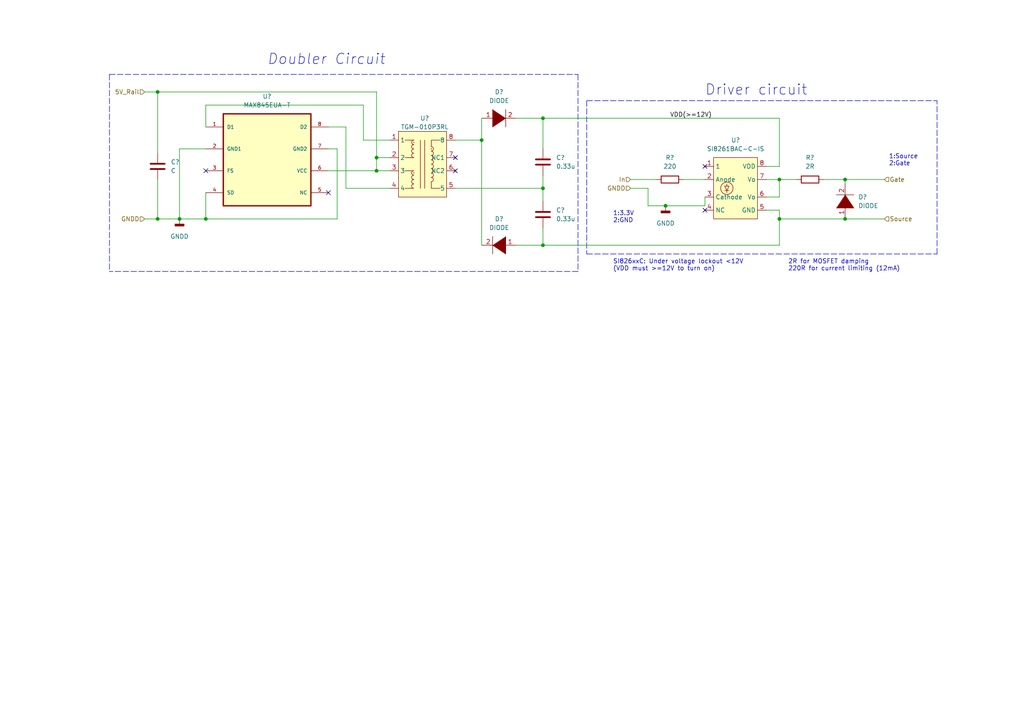
<source format=kicad_sch>
(kicad_sch (version 20211123) (generator eeschema)
  (paper "A4")
  (lib_symbols
    (symbol "Device:C" (pin_numbers hide) (pin_names (offset 0.254))
      (property "Reference" "C" (at 0.635 2.54 0))
      (property "Value" "C" (at 0.635 -2.54 0))
      (symbol "C_0_1"
        (polyline (pts (xy -2.032 -0.762) (xy 2.032 -0.762)) (stroke (width 0.508)))
        (polyline (pts (xy -2.032 0.762) (xy 2.032 0.762)) (stroke (width 0.508)))
      )
      (symbol "C_1_1"
        (pin passive line (at 0 3.81 270) (length 2.794) (name "~") (number "1"))
        (pin passive line (at 0 -3.81 90) (length 2.794) (name "~") (number "2"))
      )
    )
    (symbol "Device:R" (pin_numbers hide) (pin_names (offset 0))
      (property "Reference" "R" (at 2.032 0 90))
      (property "Value" "R" (at 0 0 90))
      (symbol "R_0_1"
        (rectangle (start -1.016 -2.54) (end 1.016 2.54) (stroke (width 0.254)))
      )
      (symbol "R_1_1"
        (pin passive line (at 0 3.81 270) (length 1.27) (name "~") (number "1"))
        (pin passive line (at 0 -3.81 90) (length 1.27) (name "~") (number "2"))
      )
    )
    (symbol "SIMO_Symbol:MAX845EUA-T" (pin_names (offset 1.016))
      (property "Reference" "U" (at -12.7 19.05 0))
      (property "Value" "MAX845EUA-T" (at -7.62 -12.7 0))
      (symbol "MAX845EUA-T_0_0"
        (rectangle (start -12.7 17.78) (end 12.7 -8.89) (stroke (width 0.4064)) (fill (type background)))
        (pin bidirectional line (at -17.78 13.97 0) (length 5.08) (name "D1") (number "1"))
        (pin power_in line (at -17.78 7.62 0) (length 5.08) (name "GND1") (number "2"))
        (pin bidirectional line (at -17.78 1.27 0) (length 5.08) (name "FS") (number "3"))
        (pin input line (at -17.78 -5.08 0) (length 5.08) (name "SD") (number "4"))
        (pin output line (at 17.78 -5.08 180) (length 5.08) (name "NC") (number "5"))
        (pin power_in line (at 17.78 1.27 180) (length 5.08) (name "VCC") (number "6"))
        (pin power_in line (at 17.78 7.62 180) (length 5.08) (name "GND2") (number "7"))
        (pin power_in line (at 17.78 13.97 180) (length 5.08) (name "D2") (number "8"))
      )
    )
    (symbol "SIMO_Symbol:SI8261BAC-C-IS"
      (property "Reference" "U" (at 5.08 3.81 0))
      (property "Value" "SI8261BAC-C-IS" (at 6.35 1.27 0))
      (symbol "SI8261BAC-C-IS_0_1"
        (polyline (pts (xy 3.175 -9.525) (xy 4.445 -9.525)))
        (polyline (pts (xy 3.81 -9.525) (xy 3.81 -10.16)))
        (polyline (pts (xy 3.81 -8.255) (xy 3.81 -7.62)))
        (polyline (pts (xy 3.175 -8.255) (xy 4.445 -8.255) (xy 3.81 -9.525) (xy 3.175 -8.255)))
        (rectangle (start 0 0) (end 12.7 -17.78) (fill (type background)))
        (circle (center 3.81 -8.89) (radius 1.7961))
      )
      (symbol "SI8261BAC-C-IS_1_1"
        (pin no_connect line (at -2.54 -2.54 0) (length 2.54) (name "1") (number "1"))
        (pin input line (at -2.54 -6.35 0) (length 2.54) (name "Anode") (number "2"))
        (pin output line (at -2.54 -11.43 0) (length 2.54) (name "Cathode") (number "3"))
        (pin no_connect line (at -2.54 -15.24 0) (length 2.54) (name "NC") (number "4"))
        (pin power_in line (at 15.24 -15.24 180) (length 2.54) (name "GND") (number "5"))
        (pin output line (at 15.24 -11.43 180) (length 2.54) (name "Vo") (number "6"))
        (pin output line (at 15.24 -6.35 180) (length 2.54) (name "Vo") (number "7"))
        (pin power_in line (at 15.24 -2.54 180) (length 2.54) (name "VDD") (number "8"))
      )
    )
    (symbol "SIMO_Symbol:TGM-010P3RL"
      (property "Reference" "U" (at 6.35 3.81 0))
      (property "Value" "TGM-010P3RL" (at 7.62 1.27 0))
      (symbol "TGM-010P3RL_0_1"
        (polyline (pts (xy 3.175 -16.51) (xy 1.905 -16.51)))
        (polyline (pts (xy 3.175 -11.43) (xy 1.905 -11.43)))
        (polyline (pts (xy 3.175 -7.62) (xy 1.905 -7.62)))
        (polyline (pts (xy 3.175 -2.54) (xy 1.905 -2.54)))
        (polyline (pts (xy 4.445 -16.51) (xy 3.175 -16.51)))
        (polyline (pts (xy 4.445 -11.43) (xy 3.175 -11.43)))
        (polyline (pts (xy 4.445 -7.62) (xy 3.175 -7.62)))
        (polyline (pts (xy 4.445 -2.54) (xy 3.175 -2.54)))
        (polyline (pts (xy 6.35 -2.54) (xy 6.35 -16.51)))
        (polyline (pts (xy 7.62 -16.51) (xy 7.62 -2.54)))
        (polyline (pts (xy 9.525 -14.605) (xy 9.525 -16.51) (xy 12.065 -16.51)))
        (polyline (pts (xy 12.065 -2.54) (xy 9.525 -2.54) (xy 9.525 -4.445)))
        (rectangle (start 0 0) (end 13.97 -19.05) (fill (type background)))
        (arc (start 4.445 -15.24) (mid 3.7845 -15.875) (end 4.445 -16.51))
        (arc (start 4.445 -13.97) (mid 3.7845 -14.605) (end 4.445 -15.24))
        (arc (start 4.445 -12.7) (mid 3.7989 -13.335) (end 4.445 -13.97))
        (circle (center 4.445 -12.065) (radius 0.0001))
        (arc (start 4.445 -11.43) (mid 3.7989 -12.065) (end 4.445 -12.7))
        (arc (start 4.445 -6.35) (mid 3.7845 -6.985) (end 4.445 -7.62))
        (arc (start 4.445 -5.08) (mid 3.7845 -5.715) (end 4.445 -6.35))
        (arc (start 4.445 -3.81) (mid 3.7989 -4.445) (end 4.445 -5.08))
        (circle (center 4.445 -3.175) (radius 0.0001))
        (arc (start 4.445 -2.54) (mid 3.7989 -3.175) (end 4.445 -3.81))
        (arc (start 9.525 -14.605) (mid 10.1855 -13.97) (end 9.525 -13.335))
        (arc (start 9.525 -13.335) (mid 10.1855 -12.7) (end 9.525 -12.065))
        (arc (start 9.525 -12.065) (mid 10.1711 -11.43) (end 9.525 -10.795))
        (arc (start 9.525 -10.795) (mid 10.1711 -10.16) (end 9.525 -9.525))
        (arc (start 9.525 -9.525) (mid 10.1855 -8.89) (end 9.525 -8.255))
        (arc (start 9.525 -8.255) (mid 10.1855 -7.62) (end 9.525 -6.985))
        (arc (start 9.525 -6.985) (mid 10.1711 -6.35) (end 9.525 -5.715))
        (arc (start 9.525 -5.715) (mid 10.1711 -5.08) (end 9.525 -4.445))
        (circle (center 9.525 -5.08) (radius 0.0001))
      )
      (symbol "TGM-010P3RL_1_1"
        (pin bidirectional line (at -2.54 -2.54 0) (length 2.54) (name "1") (number "1"))
        (pin bidirectional line (at -2.54 -7.62 0) (length 2.54) (name "2") (number "2"))
        (pin bidirectional line (at -2.54 -11.43 0) (length 2.54) (name "3") (number "3"))
        (pin bidirectional line (at -2.54 -16.51 0) (length 2.54) (name "4") (number "4"))
        (pin bidirectional line (at 16.51 -16.51 180) (length 2.54) (name "5") (number "5"))
        (pin no_connect line (at 16.51 -11.43 180) (length 2.54) (name "NC2") (number "6"))
        (pin no_connect line (at 16.51 -7.62 180) (length 2.54) (name "NC1") (number "7"))
        (pin bidirectional line (at 16.51 -2.54 180) (length 2.54) (name "8") (number "8"))
      )
    )
    (symbol "power:GNDD" (power) (pin_names (offset 0))
      (property "Value" "GNDD" (at 0 -3.175 0))
      (symbol "GNDD_0_1"
        (rectangle (start -1.27 -1.524) (end 1.27 -2.032) (stroke (width 0.254)) (fill (type outline)))
        (polyline (pts (xy 0 0) (xy 0 -1.524)))
      )
      (symbol "GNDD_1_1"
        (pin power_in line (at 0 0 270) (length 0) hide (name "GNDD") (number "1"))
      )
    )
    (symbol "pspice:DIODE" (pin_names (offset 1.016) hide)
      (property "Reference" "D" (at 0 3.81 0))
      (property "Value" "DIODE" (at 0 -4.445 0))
      (symbol "DIODE_0_1"
        (polyline (pts (xy 1.905 2.54) (xy 1.905 -2.54)))
        (polyline (pts (xy -1.905 2.54) (xy -1.905 -2.54) (xy 1.905 0)) (fill (type outline)))
      )
      (symbol "DIODE_1_1"
        (pin input line (at -5.08 0 0) (length 3.81) (name "K") (number "1"))
        (pin input line (at 5.08 0 180) (length 3.81) (name "A") (number "2"))
      )
    )
  )
  (junction (at 157.48 34.29))
  (junction (at 109.22 45.72))
  (junction (at 59.69 63.5))
  (junction (at 245.11 52.07))
  (junction (at 226.06 52.07))
  (junction (at 139.7 40.64))
  (junction (at 109.22 49.53))
  (junction (at 45.72 63.5))
  (junction (at 226.06 63.5))
  (junction (at 45.72 26.67))
  (junction (at 157.48 54.61))
  (junction (at 52.07 63.5))
  (junction (at 245.11 63.5))
  (junction (at 157.48 71.12))
  (junction (at 193.04 59.69))
  (no_connect (at 132.08 45.72))
  (no_connect (at 204.47 48.26))
  (no_connect (at 95.25 55.88))
  (no_connect (at 132.08 49.53))
  (no_connect (at 59.69 49.53))
  (no_connect (at 204.47 60.96))
  (wire (pts (xy 132.08 54.61) (xy 157.48 54.61)))
  (wire (pts (xy 45.72 63.5) (xy 52.07 63.5)))
  (wire (pts (xy 100.33 36.83) (xy 100.33 54.61)))
  (wire (pts (xy 113.03 54.61) (xy 100.33 54.61)))
  (wire (pts (xy 105.41 40.64) (xy 105.41 30.48)))
  (wire (pts (xy 109.22 45.72) (xy 113.03 45.72)))
  (wire (pts (xy 139.7 34.29) (xy 139.7 40.64)))
  (polyline (pts (xy 167.64 78.74) (xy 31.75 78.74)))
  (wire (pts (xy 157.48 54.61) (xy 157.48 50.8)))
  (wire (pts (xy 226.06 52.07) (xy 226.06 57.15)))
  (wire (pts (xy 226.06 63.5) (xy 245.11 63.5)))
  (polyline (pts (xy 271.78 73.66) (xy 271.78 29.21)))
  (wire (pts (xy 95.25 49.53) (xy 109.22 49.53)))
  (polyline (pts (xy 167.64 21.59) (xy 167.64 78.74)))
  (wire (pts (xy 97.79 43.18) (xy 97.79 63.5)))
  (wire (pts (xy 182.88 52.07) (xy 190.5 52.07)))
  (wire (pts (xy 187.96 54.61) (xy 187.96 59.69)))
  (wire (pts (xy 95.25 36.83) (xy 100.33 36.83)))
  (polyline (pts (xy 170.18 29.21) (xy 170.18 73.66)))
  (wire (pts (xy 245.11 52.07) (xy 256.54 52.07)))
  (wire (pts (xy 226.06 57.15) (xy 222.25 57.15)))
  (wire (pts (xy 204.47 59.69) (xy 204.47 57.15)))
  (wire (pts (xy 157.48 54.61) (xy 157.48 58.42)))
  (wire (pts (xy 157.48 34.29) (xy 157.48 43.18)))
  (wire (pts (xy 256.54 63.5) (xy 245.11 63.5)))
  (polyline (pts (xy 170.18 73.66) (xy 271.78 73.66)))
  (wire (pts (xy 59.69 30.48) (xy 105.41 30.48)))
  (wire (pts (xy 59.69 36.83) (xy 59.69 30.48)))
  (wire (pts (xy 41.91 63.5) (xy 45.72 63.5)))
  (wire (pts (xy 187.96 59.69) (xy 193.04 59.69)))
  (wire (pts (xy 95.25 43.18) (xy 97.79 43.18)))
  (wire (pts (xy 157.48 71.12) (xy 226.06 71.12)))
  (wire (pts (xy 59.69 63.5) (xy 52.07 63.5)))
  (wire (pts (xy 222.25 60.96) (xy 226.06 60.96)))
  (wire (pts (xy 149.86 71.12) (xy 157.48 71.12)))
  (polyline (pts (xy 31.75 21.59) (xy 31.75 78.74)))
  (wire (pts (xy 198.12 52.07) (xy 204.47 52.07)))
  (polyline (pts (xy 31.75 21.59) (xy 167.64 21.59)))
  (wire (pts (xy 45.72 26.67) (xy 45.72 44.45)))
  (wire (pts (xy 109.22 49.53) (xy 109.22 45.72)))
  (wire (pts (xy 113.03 40.64) (xy 105.41 40.64)))
  (wire (pts (xy 187.96 54.61) (xy 182.88 54.61)))
  (wire (pts (xy 52.07 43.18) (xy 52.07 63.5)))
  (polyline (pts (xy 170.18 29.21) (xy 271.78 29.21)))
  (wire (pts (xy 132.08 40.64) (xy 139.7 40.64)))
  (wire (pts (xy 139.7 40.64) (xy 139.7 71.12)))
  (wire (pts (xy 157.48 34.29) (xy 226.06 34.29)))
  (wire (pts (xy 97.79 63.5) (xy 59.69 63.5)))
  (wire (pts (xy 59.69 43.18) (xy 52.07 43.18)))
  (wire (pts (xy 157.48 66.04) (xy 157.48 71.12)))
  (wire (pts (xy 45.72 52.07) (xy 45.72 63.5)))
  (wire (pts (xy 109.22 26.67) (xy 109.22 45.72)))
  (wire (pts (xy 41.91 26.67) (xy 45.72 26.67)))
  (wire (pts (xy 226.06 34.29) (xy 226.06 48.26)))
  (wire (pts (xy 45.72 26.67) (xy 109.22 26.67)))
  (wire (pts (xy 226.06 52.07) (xy 231.14 52.07)))
  (wire (pts (xy 245.11 52.07) (xy 245.11 53.34)))
  (wire (pts (xy 149.86 34.29) (xy 157.48 34.29)))
  (wire (pts (xy 59.69 55.88) (xy 59.69 63.5)))
  (wire (pts (xy 238.76 52.07) (xy 245.11 52.07)))
  (wire (pts (xy 193.04 59.69) (xy 204.47 59.69)))
  (wire (pts (xy 222.25 52.07) (xy 226.06 52.07)))
  (wire (pts (xy 226.06 60.96) (xy 226.06 63.5)))
  (wire (pts (xy 226.06 48.26) (xy 222.25 48.26)))
  (wire (pts (xy 226.06 71.12) (xy 226.06 63.5)))
  (wire (pts (xy 113.03 49.53) (xy 109.22 49.53)))
  (text "SI826xxC: Under voltage lockout <12V \n(VDD must >=12V to turn on)" (at 177.8 78.74 0) (effects (font (size 1.27 1.27)) (justify left bottom)))
  (text "2R for MOSFET damping\n220R for current limiting (12mA)" (at 228.6 78.74 0) (effects (font (size 1.27 1.27)) (justify left bottom)))
  (text "1:Source \n2:Gate" (at 257.81 48.26 0) (effects (font (size 1.27 1.27)) (justify left bottom)))
  (text "Doubler Circuit" (at 77.47 19.05 0) (effects (font (size 3 3) italic) (justify left bottom)))
  (text "1:3.3V\n2:GND\n" (at 177.8 64.77 0) (effects (font (size 1.27 1.27)) (justify left bottom)))
  (text "Driver circuit" (at 204.47 27.94 0) (effects (font (size 3 3)) (justify left bottom)))
  (label "VDD(>=12V)" (at 194.31 34.29 0))
  (hierarchical_label "GNDD" (shape input) (at 41.91 63.5 180))
  (hierarchical_label "Gate" (shape input) (at 256.54 52.07 0))
  (hierarchical_label "5V_Rail" (shape input) (at 41.91 26.67 180))
  (hierarchical_label "In" (shape input) (at 182.88 52.07 180))
  (hierarchical_label "GNDD" (shape input) (at 182.88 54.61 180))
  (hierarchical_label "Source" (shape input) (at 256.54 63.5 0))
  (symbol (lib_id "SIMO_Symbol:MAX845EUA-T") (at 77.47 50.8 0) (unit 1)
    (property "Reference" "U?" (at 77.47 27.94 0))
    (property "Value" "MAX845EUA-T" (at 77.47 30.48 0))
    (property "Footprint" "SIMO_PCB_Lib:MAX845EUA-T" (effects hide))
  )
  (symbol (lib_id "power:GNDD") (at 52.07 63.5 0) (unit 1)
    (property "Reference" "#PWR0125" (effects hide))
    (property "Value" "GNDD" (at 52.07 68.58 0))
  )
  (symbol (lib_id "Device:R") (at 194.31 52.07 90) (unit 1)
    (property "Reference" "R?" (at 194.31 45.72 90))
    (property "Value" "220" (at 194.31 48.26 90))
  )
  (symbol (lib_id "SIMO_Symbol:TGM-010P3RL") (at 115.57 38.1 0) (unit 1)
    (property "Reference" "U?" (at 123.19 34.29 0))
    (property "Value" "TGM-010P3RL" (at 123.19 36.83 0))
    (property "Footprint" "SIMO_PCB_Lib:TGM-010P3RL" (effects hide))
  )
  (symbol (lib_id "Device:C") (at 157.48 62.23 0) (unit 1)
    (property "Reference" "C?" (at 161.29 60.9599 0) (effects (justify left)))
    (property "Value" "0.33u" (at 161.29 63.4999 0) (effects (justify left)))
  )
  (symbol (lib_id "pspice:DIODE") (at 144.78 71.12 0) (mirror y) (unit 1)
    (property "Reference" "D?" (at 144.78 63.5 0))
    (property "Value" "DIODE" (at 144.78 66.04 0))
  )
  (symbol (lib_id "Device:C") (at 45.72 48.26 0) (unit 1)
    (property "Reference" "C?" (at 49.53 46.9899 0) (effects (justify left)))
    (property "Value" "C" (at 49.53 49.5299 0) (effects (justify left)))
  )
  (symbol (lib_id "power:GNDD") (at 193.04 59.69 0) (unit 1)
    (property "Reference" "#PWR0126" (effects hide))
    (property "Value" "GNDD" (at 193.04 64.77 0))
  )
  (symbol (lib_id "pspice:DIODE") (at 144.78 34.29 0) (unit 1)
    (property "Reference" "D?" (at 144.78 26.67 0))
    (property "Value" "DIODE" (at 144.78 29.21 0))
  )
  (symbol (lib_id "Device:C") (at 157.48 46.99 0) (unit 1)
    (property "Reference" "C?" (at 161.29 45.7199 0) (effects (justify left)))
    (property "Value" "0.33u" (at 161.29 48.2599 0) (effects (justify left)))
  )
  (symbol (lib_id "SIMO_Symbol:SI8261BAC-C-IS") (at 207.01 45.72 0) (unit 1)
    (property "Reference" "U?" (at 213.36 40.64 0))
    (property "Value" "SI8261BAC-C-IS" (at 213.36 43.18 0))
    (property "Footprint" "SIMO_PCB_Lib:SI8261BAC-C-IS" (effects hide))
  )
  (symbol (lib_id "pspice:DIODE") (at 245.11 58.42 90) (unit 1)
    (property "Reference" "D?" (at 248.92 57.1499 90) (effects (justify right)))
    (property "Value" "DIODE" (at 248.92 59.6899 90) (effects (justify right)))
  )
  (symbol (lib_id "Device:R") (at 234.95 52.07 90) (unit 1)
    (property "Reference" "R?" (at 234.95 45.72 90))
    (property "Value" "2R" (at 234.95 48.26 90))
  )
)
</source>
